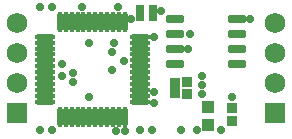
<source format=gbr>
%TF.GenerationSoftware,Altium Limited,Altium Designer,19.1.7 (138)*%
G04 Layer_Color=8388736*
%FSLAX26Y26*%
%MOIN*%
%TF.FileFunction,Soldermask,Top*%
%TF.Part,Single*%
G01*
G75*
%TA.AperFunction,SMDPad,CuDef*%
%ADD40R,0.032409X0.033984*%
%TA.AperFunction,ComponentPad*%
%ADD51C,0.069024*%
%ADD52R,0.069024X0.069024*%
%TA.AperFunction,ViaPad*%
%ADD53C,0.028000*%
%TA.AperFunction,NonConductor*%
%ADD55R,0.028131X0.052804*%
%TA.AperFunction,SMDPad,CuDef*%
%ADD56R,0.037528X0.033591*%
%ADD57R,0.039496X0.039496*%
%ADD58O,0.069024X0.017843*%
%ADD59O,0.017843X0.069024*%
%ADD60R,0.036346X0.037921*%
G04:AMPARAMS|DCode=61|XSize=29.654mil|YSize=57.213mil|CornerRadius=5.949mil|HoleSize=0mil|Usage=FLASHONLY|Rotation=90.000|XOffset=0mil|YOffset=0mil|HoleType=Round|Shape=RoundedRectangle|*
%AMROUNDEDRECTD61*
21,1,0.029654,0.045315,0,0,90.0*
21,1,0.017756,0.057213,0,0,90.0*
1,1,0.011898,0.022657,0.008878*
1,1,0.011898,0.022657,-0.008878*
1,1,0.011898,-0.022657,-0.008878*
1,1,0.011898,-0.022657,0.008878*
%
%ADD61ROUNDEDRECTD61*%
D40*
X1595000Y1142677D02*
D03*
Y1177323D02*
D03*
D51*
X1070000Y1175000D02*
D03*
X1930000D02*
D03*
Y1275000D02*
D03*
Y1375000D02*
D03*
X1070000Y1275000D02*
D03*
Y1375000D02*
D03*
D52*
X1930000Y1075000D02*
D03*
X1070000D02*
D03*
D53*
X1391063Y1311063D02*
D03*
X1310000Y1310000D02*
D03*
Y1130000D02*
D03*
X1525250Y1147323D02*
D03*
X1525000Y1110000D02*
D03*
X1845000Y1390000D02*
D03*
X1645000Y1340000D02*
D03*
X1640000Y1290000D02*
D03*
X1550000Y1415000D02*
D03*
X1450000Y1390000D02*
D03*
X1405000Y1430000D02*
D03*
X1185000D02*
D03*
X1145000D02*
D03*
Y1020000D02*
D03*
X1185000D02*
D03*
X1480000D02*
D03*
X1520000D02*
D03*
X1615000D02*
D03*
X1670000D02*
D03*
X1750000D02*
D03*
X1785000Y1130000D02*
D03*
X1685000Y1200000D02*
D03*
Y1170000D02*
D03*
Y1140000D02*
D03*
X1285000Y1430000D02*
D03*
X1255000Y1180000D02*
D03*
Y1210000D02*
D03*
X1430000Y1015000D02*
D03*
X1400000D02*
D03*
X1220000Y1200000D02*
D03*
Y1240000D02*
D03*
X1385000Y1220000D02*
D03*
X1425000Y1250000D02*
D03*
X1385000Y1280000D02*
D03*
X1525000Y1330000D02*
D03*
D55*
X1479596Y1408598D02*
D03*
X1520935D02*
D03*
D56*
X1785000Y1091654D02*
D03*
Y1048347D02*
D03*
D57*
X1705000Y1035000D02*
D03*
Y1097992D02*
D03*
D58*
X1161535Y1330748D02*
D03*
Y1311063D02*
D03*
Y1291378D02*
D03*
Y1271693D02*
D03*
Y1252008D02*
D03*
Y1232323D02*
D03*
Y1212638D02*
D03*
Y1192953D02*
D03*
Y1173268D02*
D03*
Y1153583D02*
D03*
Y1133898D02*
D03*
Y1114213D02*
D03*
X1478465D02*
D03*
Y1133898D02*
D03*
Y1153583D02*
D03*
Y1173268D02*
D03*
Y1192953D02*
D03*
Y1212638D02*
D03*
Y1232323D02*
D03*
Y1252008D02*
D03*
Y1271693D02*
D03*
Y1291378D02*
D03*
Y1311063D02*
D03*
Y1330748D02*
D03*
D59*
X1211732Y1064016D02*
D03*
X1231417D02*
D03*
X1251102D02*
D03*
X1270787D02*
D03*
X1290472D02*
D03*
X1310157D02*
D03*
X1329842D02*
D03*
X1349527D02*
D03*
X1369213D02*
D03*
X1388898D02*
D03*
X1408583D02*
D03*
X1428268D02*
D03*
Y1380945D02*
D03*
X1408583D02*
D03*
X1388898D02*
D03*
X1369213D02*
D03*
X1349527D02*
D03*
X1329842D02*
D03*
X1310157D02*
D03*
X1290472D02*
D03*
X1270787D02*
D03*
X1251102D02*
D03*
X1231417D02*
D03*
X1211732D02*
D03*
D60*
X1635000Y1140709D02*
D03*
Y1179291D02*
D03*
D61*
X1801693Y1290000D02*
D03*
Y1340000D02*
D03*
Y1240000D02*
D03*
Y1390000D02*
D03*
X1595000Y1240000D02*
D03*
Y1290000D02*
D03*
Y1340000D02*
D03*
Y1390000D02*
D03*
%TF.MD5,ba14ba8ebaa353ddc8f0d2429a4824a9*%
M02*

</source>
